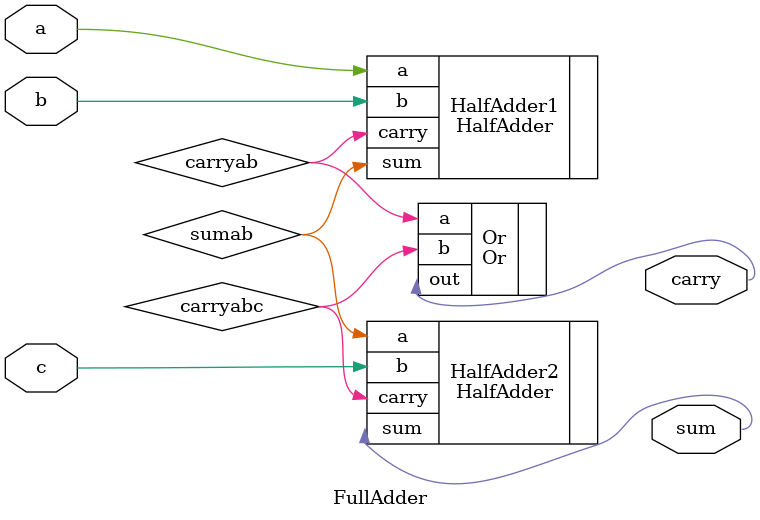
<source format=v>
module FullAdder(
	input a,
	input b,
	input c,
	output sum,
	output carry
);

	wire sumab;
	wire carryab;
	wire carryabc;
    HalfAdder HalfAdder1(.a(a), .b(b), .sum(sumab), .carry(carryab));
    HalfAdder HalfAdder2(.a(sumab), .b(c), .sum(sum), .carry(carryabc));
	Or Or(.a(carryab), .b(carryabc), .out(carry));

endmodule

</source>
